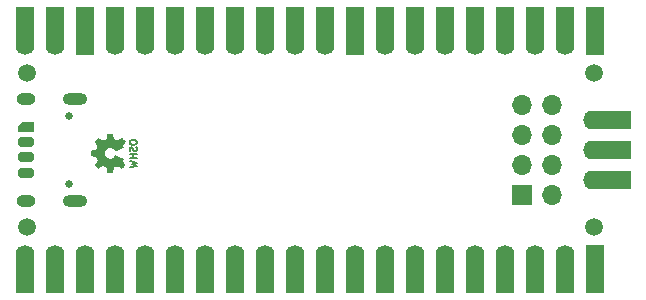
<source format=gbr>
%TF.GenerationSoftware,KiCad,Pcbnew,8.0.4*%
%TF.CreationDate,2024-08-30T00:17:25+05:30*%
%TF.ProjectId,Mitayi-Pico-RP2040,4d697461-7969-42d5-9069-636f2d525032,0.6*%
%TF.SameCoordinates,PX73df160PY5f2d3c0*%
%TF.FileFunction,Soldermask,Bot*%
%TF.FilePolarity,Negative*%
%FSLAX46Y46*%
G04 Gerber Fmt 4.6, Leading zero omitted, Abs format (unit mm)*
G04 Created by KiCad (PCBNEW 8.0.4) date 2024-08-30 00:17:25*
%MOMM*%
%LPD*%
G01*
G04 APERTURE LIST*
G04 Aperture macros list*
%AMRoundRect*
0 Rectangle with rounded corners*
0 $1 Rounding radius*
0 $2 $3 $4 $5 $6 $7 $8 $9 X,Y pos of 4 corners*
0 Add a 4 corners polygon primitive as box body*
4,1,4,$2,$3,$4,$5,$6,$7,$8,$9,$2,$3,0*
0 Add four circle primitives for the rounded corners*
1,1,$1+$1,$2,$3*
1,1,$1+$1,$4,$5*
1,1,$1+$1,$6,$7*
1,1,$1+$1,$8,$9*
0 Add four rect primitives between the rounded corners*
20,1,$1+$1,$2,$3,$4,$5,0*
20,1,$1+$1,$4,$5,$6,$7,0*
20,1,$1+$1,$6,$7,$8,$9,0*
20,1,$1+$1,$8,$9,$2,$3,0*%
%AMOutline5P*
0 Free polygon, 5 corners , with rotation*
0 The origin of the aperture is its center*
0 number of corners: always 5*
0 $1 to $10 corner X, Y*
0 $11 Rotation angle, in degrees counterclockwise*
0 create outline with 5 corners*
4,1,5,$1,$2,$3,$4,$5,$6,$7,$8,$9,$10,$1,$2,$11*%
%AMOutline6P*
0 Free polygon, 6 corners , with rotation*
0 The origin of the aperture is its center*
0 number of corners: always 6*
0 $1 to $12 corner X, Y*
0 $13 Rotation angle, in degrees counterclockwise*
0 create outline with 6 corners*
4,1,6,$1,$2,$3,$4,$5,$6,$7,$8,$9,$10,$11,$12,$1,$2,$13*%
%AMOutline7P*
0 Free polygon, 7 corners , with rotation*
0 The origin of the aperture is its center*
0 number of corners: always 7*
0 $1 to $14 corner X, Y*
0 $15 Rotation angle, in degrees counterclockwise*
0 create outline with 7 corners*
4,1,7,$1,$2,$3,$4,$5,$6,$7,$8,$9,$10,$11,$12,$13,$14,$1,$2,$15*%
%AMOutline8P*
0 Free polygon, 8 corners , with rotation*
0 The origin of the aperture is its center*
0 number of corners: always 8*
0 $1 to $16 corner X, Y*
0 $17 Rotation angle, in degrees counterclockwise*
0 create outline with 8 corners*
4,1,8,$1,$2,$3,$4,$5,$6,$7,$8,$9,$10,$11,$12,$13,$14,$15,$16,$1,$2,$17*%
G04 Aperture macros list end*
%ADD10C,0.150000*%
%ADD11C,0.000000*%
%ADD12C,1.500000*%
%ADD13R,3.200000X1.600000*%
%ADD14O,1.700000X1.600000*%
%ADD15C,0.650000*%
%ADD16O,2.100000X1.000000*%
%ADD17O,1.600000X1.000000*%
%ADD18R,1.600000X3.200000*%
%ADD19O,1.600000X1.700000*%
%ADD20R,1.600000X1.700000*%
%ADD21RoundRect,0.200000X-0.450000X0.200000X-0.450000X-0.200000X0.450000X-0.200000X0.450000X0.200000X0*%
%ADD22R,1.700000X1.700000*%
%ADD23O,1.700000X1.700000*%
%ADD24Outline5P,-0.400000X0.650000X0.400000X0.650000X0.400000X-0.650000X-0.080000X-0.650000X-0.400000X-0.330000X270.000000*%
G04 APERTURE END LIST*
D10*
X10169771Y11200000D02*
X10169771Y11085714D01*
X10169771Y11085714D02*
X10198342Y11028571D01*
X10198342Y11028571D02*
X10255485Y10971428D01*
X10255485Y10971428D02*
X10369771Y10942857D01*
X10369771Y10942857D02*
X10569771Y10942857D01*
X10569771Y10942857D02*
X10684057Y10971428D01*
X10684057Y10971428D02*
X10741200Y11028571D01*
X10741200Y11028571D02*
X10769771Y11085714D01*
X10769771Y11085714D02*
X10769771Y11200000D01*
X10769771Y11200000D02*
X10741200Y11257142D01*
X10741200Y11257142D02*
X10684057Y11314285D01*
X10684057Y11314285D02*
X10569771Y11342857D01*
X10569771Y11342857D02*
X10369771Y11342857D01*
X10369771Y11342857D02*
X10255485Y11314285D01*
X10255485Y11314285D02*
X10198342Y11257142D01*
X10198342Y11257142D02*
X10169771Y11200000D01*
X10741200Y10714286D02*
X10769771Y10628571D01*
X10769771Y10628571D02*
X10769771Y10485714D01*
X10769771Y10485714D02*
X10741200Y10428571D01*
X10741200Y10428571D02*
X10712628Y10400000D01*
X10712628Y10400000D02*
X10655485Y10371429D01*
X10655485Y10371429D02*
X10598342Y10371429D01*
X10598342Y10371429D02*
X10541200Y10400000D01*
X10541200Y10400000D02*
X10512628Y10428571D01*
X10512628Y10428571D02*
X10484057Y10485714D01*
X10484057Y10485714D02*
X10455485Y10600000D01*
X10455485Y10600000D02*
X10426914Y10657143D01*
X10426914Y10657143D02*
X10398342Y10685714D01*
X10398342Y10685714D02*
X10341200Y10714286D01*
X10341200Y10714286D02*
X10284057Y10714286D01*
X10284057Y10714286D02*
X10226914Y10685714D01*
X10226914Y10685714D02*
X10198342Y10657143D01*
X10198342Y10657143D02*
X10169771Y10600000D01*
X10169771Y10600000D02*
X10169771Y10457143D01*
X10169771Y10457143D02*
X10198342Y10371429D01*
X10769771Y10114285D02*
X10169771Y10114285D01*
X10455485Y10114285D02*
X10455485Y9771428D01*
X10769771Y9771428D02*
X10169771Y9771428D01*
X10169771Y9542857D02*
X10769771Y9400000D01*
X10769771Y9400000D02*
X10341200Y9285714D01*
X10341200Y9285714D02*
X10769771Y9171429D01*
X10769771Y9171429D02*
X10169771Y9028571D01*
D11*
G36*
X8519980Y11850425D02*
G01*
X8566995Y11850316D01*
X8610842Y11850046D01*
X8650204Y11849638D01*
X8683762Y11849110D01*
X8710197Y11848485D01*
X8728191Y11847781D01*
X8736427Y11847021D01*
X8737443Y11846750D01*
X8741139Y11845539D01*
X8744370Y11843398D01*
X8747383Y11839331D01*
X8750428Y11832340D01*
X8753751Y11821430D01*
X8757600Y11805605D01*
X8762224Y11783868D01*
X8767869Y11755224D01*
X8774784Y11718675D01*
X8783215Y11673226D01*
X8793412Y11617880D01*
X8796776Y11599693D01*
X8806896Y11546233D01*
X8815482Y11503073D01*
X8822645Y11469711D01*
X8828498Y11445647D01*
X8833151Y11430383D01*
X8836715Y11423417D01*
X8836751Y11423383D01*
X8844364Y11418976D01*
X8860736Y11411291D01*
X8884290Y11400959D01*
X8913445Y11388613D01*
X8946623Y11374883D01*
X8982245Y11360402D01*
X9018731Y11345803D01*
X9054503Y11331716D01*
X9087981Y11318774D01*
X9117586Y11307609D01*
X9141739Y11298852D01*
X9158862Y11293136D01*
X9167374Y11291092D01*
X9173968Y11293899D01*
X9188700Y11302353D01*
X9210361Y11315752D01*
X9237851Y11333389D01*
X9270066Y11354555D01*
X9305904Y11378542D01*
X9344263Y11404644D01*
X9381070Y11429698D01*
X9417038Y11453787D01*
X9449429Y11475083D01*
X9477142Y11492879D01*
X9499074Y11506466D01*
X9514122Y11515138D01*
X9521182Y11518185D01*
X9521856Y11518084D01*
X9530460Y11512763D01*
X9546510Y11499417D01*
X9569924Y11478121D01*
X9600620Y11448951D01*
X9638517Y11411984D01*
X9683532Y11367296D01*
X9696685Y11354128D01*
X9739243Y11311142D01*
X9773822Y11275545D01*
X9800528Y11247222D01*
X9819471Y11226057D01*
X9830758Y11211932D01*
X9834496Y11204733D01*
X9832078Y11198798D01*
X9823993Y11184518D01*
X9810917Y11163266D01*
X9793567Y11136160D01*
X9772658Y11104315D01*
X9748908Y11068849D01*
X9723032Y11030880D01*
X9699960Y10997054D01*
X9675941Y10961249D01*
X9654686Y10928938D01*
X9636913Y10901237D01*
X9623336Y10879264D01*
X9614671Y10864138D01*
X9611634Y10856974D01*
X9612183Y10854053D01*
X9616887Y10841507D01*
X9625624Y10822241D01*
X9637447Y10798285D01*
X9651409Y10771669D01*
X9654136Y10766589D01*
X9669074Y10737587D01*
X9680102Y10714017D01*
X9686622Y10697233D01*
X9688039Y10688590D01*
X9683641Y10684980D01*
X9669933Y10677577D01*
X9646797Y10666550D01*
X9614085Y10651835D01*
X9571648Y10633366D01*
X9519335Y10611077D01*
X9456998Y10584902D01*
X9384488Y10554775D01*
X9323502Y10529544D01*
X9256405Y10501792D01*
X9198340Y10477795D01*
X9148640Y10457289D01*
X9106636Y10440009D01*
X9071661Y10425691D01*
X9043048Y10414071D01*
X9020129Y10404882D01*
X9002237Y10397862D01*
X8988703Y10392745D01*
X8978860Y10389268D01*
X8972041Y10387164D01*
X8967578Y10386170D01*
X8964804Y10386022D01*
X8963050Y10386454D01*
X8961650Y10387201D01*
X8961271Y10387456D01*
X8954945Y10394230D01*
X8943931Y10408026D01*
X8929670Y10426982D01*
X8913604Y10449236D01*
X8874041Y10500051D01*
X8823886Y10551264D01*
X8769993Y10592473D01*
X8711678Y10624111D01*
X8648257Y10646608D01*
X8579047Y10660396D01*
X8524075Y10664061D01*
X8457890Y10659012D01*
X8393776Y10644095D01*
X8332697Y10619974D01*
X8275614Y10587311D01*
X8223488Y10546770D01*
X8177283Y10499013D01*
X8137959Y10444703D01*
X8106480Y10384505D01*
X8083806Y10319079D01*
X8077892Y10291112D01*
X8072593Y10242841D01*
X8071788Y10191605D01*
X8075481Y10141728D01*
X8083673Y10097536D01*
X8103674Y10037571D01*
X8135139Y9974701D01*
X8175264Y9917983D01*
X8223346Y9868131D01*
X8278682Y9825861D01*
X8340570Y9791887D01*
X8408308Y9766926D01*
X8424723Y9762534D01*
X8445150Y9758394D01*
X8466908Y9755896D01*
X8493239Y9754702D01*
X8527387Y9754472D01*
X8555496Y9754887D01*
X8593864Y9757205D01*
X8627154Y9762292D01*
X8658941Y9770989D01*
X8692802Y9784135D01*
X8732315Y9802570D01*
X8737363Y9805058D01*
X8762133Y9817903D01*
X8782057Y9829972D01*
X8800202Y9843513D01*
X8819638Y9860776D01*
X8843432Y9884010D01*
X8864913Y9906595D01*
X8888634Y9933716D01*
X8909965Y9960200D01*
X8926029Y9982610D01*
X8933902Y9994486D01*
X8948185Y10013939D01*
X8958928Y10024878D01*
X8967024Y10028303D01*
X8973698Y10026384D01*
X8989675Y10020564D01*
X9013847Y10011262D01*
X9045189Y9998903D01*
X9082676Y9983910D01*
X9125280Y9966708D01*
X9171979Y9947721D01*
X9221744Y9927373D01*
X9273553Y9906088D01*
X9326378Y9884290D01*
X9379194Y9862403D01*
X9430976Y9840852D01*
X9480699Y9820060D01*
X9527337Y9800451D01*
X9569864Y9782450D01*
X9607256Y9766481D01*
X9638486Y9752967D01*
X9662529Y9742333D01*
X9678361Y9735003D01*
X9684954Y9731400D01*
X9685790Y9730507D01*
X9687823Y9726203D01*
X9687399Y9719557D01*
X9683948Y9709092D01*
X9676901Y9693333D01*
X9665690Y9670802D01*
X9649744Y9640022D01*
X9606226Y9556768D01*
X9642045Y9503144D01*
X9648032Y9494219D01*
X9664265Y9470219D01*
X9684644Y9440273D01*
X9707722Y9406502D01*
X9732047Y9371029D01*
X9756172Y9335979D01*
X9772665Y9311816D01*
X9792619Y9281849D01*
X9809641Y9255443D01*
X9822869Y9233972D01*
X9831439Y9218807D01*
X9834488Y9211323D01*
X9834295Y9210459D01*
X9828881Y9202284D01*
X9816792Y9187842D01*
X9799050Y9168156D01*
X9776676Y9144246D01*
X9750693Y9117133D01*
X9722123Y9087838D01*
X9691988Y9057382D01*
X9661311Y9026786D01*
X9631112Y8997070D01*
X9602415Y8969255D01*
X9576241Y8944363D01*
X9553613Y8923414D01*
X9535552Y8907429D01*
X9523081Y8897430D01*
X9517222Y8894435D01*
X9511161Y8898037D01*
X9496985Y8907235D01*
X9475820Y8921288D01*
X9448744Y8939470D01*
X9416837Y8961057D01*
X9381178Y8985325D01*
X9342845Y9011548D01*
X9305275Y9037157D01*
X9269517Y9061222D01*
X9237450Y9082489D01*
X9210158Y9100256D01*
X9188721Y9113818D01*
X9174221Y9122471D01*
X9167740Y9125512D01*
X9165747Y9125170D01*
X9154378Y9121606D01*
X9135048Y9114663D01*
X9109282Y9104953D01*
X9078604Y9093090D01*
X9044539Y9079690D01*
X9008612Y9065364D01*
X8972348Y9050729D01*
X8937270Y9036396D01*
X8904904Y9022980D01*
X8876774Y9011095D01*
X8854406Y9001355D01*
X8839323Y8994373D01*
X8833051Y8990764D01*
X8832987Y8990673D01*
X8830755Y8983394D01*
X8826827Y8966527D01*
X8821456Y8941322D01*
X8814897Y8909028D01*
X8807403Y8870896D01*
X8799230Y8828177D01*
X8790631Y8782119D01*
X8781704Y8734227D01*
X8772138Y8684441D01*
X8764086Y8644574D01*
X8757424Y8614065D01*
X8752029Y8592348D01*
X8747775Y8578860D01*
X8744539Y8573037D01*
X8737208Y8571167D01*
X8720225Y8569494D01*
X8695171Y8568111D01*
X8663519Y8567016D01*
X8626741Y8566208D01*
X8586310Y8565686D01*
X8543698Y8565446D01*
X8500379Y8565489D01*
X8457826Y8565811D01*
X8417510Y8566412D01*
X8380904Y8567290D01*
X8349481Y8568443D01*
X8324715Y8569869D01*
X8308077Y8571568D01*
X8301040Y8573536D01*
X8300844Y8573841D01*
X8298242Y8582094D01*
X8293957Y8599848D01*
X8288249Y8625860D01*
X8281377Y8658888D01*
X8273600Y8697689D01*
X8265177Y8741022D01*
X8256368Y8787644D01*
X8247467Y8834636D01*
X8238662Y8879536D01*
X8230588Y8919109D01*
X8223482Y8952238D01*
X8217587Y8977808D01*
X8213140Y8994702D01*
X8210382Y9001804D01*
X8204808Y9005225D01*
X8190173Y9012518D01*
X8168265Y9022737D01*
X8140663Y9035205D01*
X8108948Y9049242D01*
X8074700Y9064170D01*
X8039497Y9079311D01*
X8004920Y9093984D01*
X7972548Y9107512D01*
X7943961Y9119215D01*
X7920740Y9128415D01*
X7904463Y9134432D01*
X7896711Y9136589D01*
X7896070Y9136456D01*
X7887769Y9132190D01*
X7871639Y9122419D01*
X7848726Y9107828D01*
X7820076Y9089098D01*
X7786738Y9066914D01*
X7749758Y9041958D01*
X7710182Y9014912D01*
X7701718Y9009099D01*
X7662674Y8982444D01*
X7626508Y8958011D01*
X7594257Y8936482D01*
X7566957Y8918540D01*
X7545645Y8904868D01*
X7531358Y8896148D01*
X7525134Y8893063D01*
X7519528Y8896811D01*
X7507229Y8907461D01*
X7489278Y8923981D01*
X7466716Y8945340D01*
X7440583Y8970505D01*
X7411917Y8998443D01*
X7381759Y9028123D01*
X7351148Y9058512D01*
X7321125Y9088578D01*
X7292729Y9117288D01*
X7267000Y9143611D01*
X7244978Y9166513D01*
X7227702Y9184964D01*
X7216213Y9197930D01*
X7211550Y9204379D01*
X7212055Y9207829D01*
X7217422Y9219306D01*
X7228516Y9238432D01*
X7245501Y9265466D01*
X7268540Y9300663D01*
X7297797Y9344283D01*
X7333434Y9396583D01*
X7342319Y9409566D01*
X7369107Y9448946D01*
X7393612Y9485325D01*
X7415163Y9517686D01*
X7433091Y9545010D01*
X7446726Y9566279D01*
X7455399Y9580475D01*
X7458438Y9586580D01*
X7457714Y9590093D01*
X7453347Y9603243D01*
X7445612Y9623976D01*
X7435188Y9650664D01*
X7422750Y9681683D01*
X7408974Y9715407D01*
X7394538Y9750210D01*
X7380117Y9784466D01*
X7366388Y9816550D01*
X7354027Y9844837D01*
X7343711Y9867700D01*
X7336116Y9883513D01*
X7331919Y9890652D01*
X7327624Y9893049D01*
X7314599Y9897302D01*
X7292875Y9902796D01*
X7262004Y9909631D01*
X7221538Y9917903D01*
X7171028Y9927712D01*
X7110026Y9939155D01*
X7098917Y9941218D01*
X7052250Y9950031D01*
X7009146Y9958399D01*
X6970826Y9966069D01*
X6938515Y9972789D01*
X6913436Y9978305D01*
X6896812Y9982364D01*
X6889867Y9984713D01*
X6887978Y9991216D01*
X6886264Y10007455D01*
X6884821Y10031888D01*
X6883653Y10063044D01*
X6882760Y10099449D01*
X6882144Y10139631D01*
X6881807Y10182117D01*
X6881750Y10225435D01*
X6881975Y10268110D01*
X6882483Y10308672D01*
X6883278Y10345646D01*
X6884360Y10377560D01*
X6885731Y10402942D01*
X6887393Y10420319D01*
X6889348Y10428217D01*
X6893082Y10430585D01*
X6904683Y10434582D01*
X6924394Y10439679D01*
X6952780Y10446001D01*
X6990409Y10453672D01*
X7037847Y10462818D01*
X7095660Y10473562D01*
X7123972Y10478758D01*
X7176588Y10488468D01*
X7219712Y10496543D01*
X7254305Y10503199D01*
X7281326Y10508651D01*
X7301736Y10513116D01*
X7316494Y10516811D01*
X7326562Y10519952D01*
X7332898Y10522755D01*
X7336464Y10525436D01*
X7338219Y10528212D01*
X7338348Y10528531D01*
X7341605Y10536484D01*
X7348437Y10553129D01*
X7358277Y10577089D01*
X7370562Y10606987D01*
X7384723Y10641446D01*
X7400197Y10679088D01*
X7408524Y10699391D01*
X7424510Y10738814D01*
X7436685Y10769724D01*
X7445443Y10793273D01*
X7451181Y10810615D01*
X7454293Y10822904D01*
X7455173Y10831294D01*
X7454217Y10836938D01*
X7454120Y10837178D01*
X7449474Y10845354D01*
X7439296Y10861455D01*
X7424319Y10884378D01*
X7405274Y10913022D01*
X7382896Y10946283D01*
X7357916Y10983060D01*
X7331066Y11022250D01*
X7328573Y11025876D01*
X7302040Y11064606D01*
X7277572Y11100592D01*
X7255875Y11132774D01*
X7237657Y11160091D01*
X7223626Y11181484D01*
X7214489Y11195892D01*
X7210953Y11202254D01*
X7211965Y11204995D01*
X7219847Y11215493D01*
X7235169Y11233000D01*
X7257563Y11257123D01*
X7286662Y11287467D01*
X7322095Y11323640D01*
X7363495Y11365248D01*
X7364866Y11366617D01*
X7404403Y11405988D01*
X7436953Y11438133D01*
X7463254Y11463723D01*
X7484046Y11483426D01*
X7500067Y11497912D01*
X7512058Y11507848D01*
X7520757Y11513903D01*
X7526903Y11516748D01*
X7531235Y11517050D01*
X7531414Y11517007D01*
X7539292Y11513021D01*
X7555105Y11503464D01*
X7577755Y11489053D01*
X7606145Y11470505D01*
X7639176Y11448538D01*
X7675751Y11423868D01*
X7714771Y11397212D01*
X7752974Y11371150D01*
X7790426Y11346019D01*
X7823890Y11323996D01*
X7852349Y11305733D01*
X7874788Y11291881D01*
X7890192Y11283091D01*
X7897545Y11280014D01*
X7901179Y11280689D01*
X7914715Y11285089D01*
X7935828Y11292995D01*
X7962903Y11303714D01*
X7994322Y11316557D01*
X8028468Y11330832D01*
X8063724Y11345847D01*
X8098473Y11360911D01*
X8131099Y11375332D01*
X8159984Y11388420D01*
X8183512Y11399482D01*
X8200064Y11407829D01*
X8208026Y11412767D01*
X8210313Y11416036D01*
X8213931Y11424893D01*
X8218230Y11439542D01*
X8223404Y11460838D01*
X8229643Y11489637D01*
X8237141Y11526794D01*
X8246088Y11573164D01*
X8256677Y11629603D01*
X8260684Y11651095D01*
X8270856Y11704753D01*
X8279444Y11748472D01*
X8286611Y11782984D01*
X8292519Y11809018D01*
X8297332Y11827308D01*
X8301211Y11838584D01*
X8304321Y11843578D01*
X8306350Y11844589D01*
X8314386Y11846318D01*
X8328458Y11847704D01*
X8349405Y11848774D01*
X8378069Y11849554D01*
X8415288Y11850071D01*
X8461903Y11850353D01*
X8518753Y11850426D01*
X8519980Y11850425D01*
G37*
D12*
X49510000Y17000000D03*
D13*
X51010000Y7950000D03*
D14*
X49400000Y7950000D03*
D13*
X51010000Y10490000D03*
D14*
X49400000Y10490000D03*
D13*
X51010000Y13030000D03*
D14*
X49400000Y13030000D03*
D12*
X49510000Y4000000D03*
D15*
X5030000Y13400000D03*
X5030000Y7620000D03*
D16*
X5560000Y14830000D03*
D17*
X1380000Y14830000D03*
D16*
X5560000Y6190000D03*
D17*
X1380000Y6190000D03*
D12*
X1510000Y17000000D03*
X1510000Y4000000D03*
D18*
X1300000Y-10000D03*
D19*
X1300000Y1600000D03*
D18*
X3840000Y-10000D03*
D19*
X3840000Y1600000D03*
D18*
X6380000Y-10000D03*
D19*
X6380000Y1600000D03*
D18*
X8920000Y-10000D03*
D19*
X8920000Y1600000D03*
D18*
X11460000Y-10000D03*
D19*
X11460000Y1600000D03*
D18*
X14000000Y-10000D03*
D19*
X14000000Y1600000D03*
D18*
X16540000Y-10000D03*
D19*
X16540000Y1600000D03*
D18*
X19080000Y-10000D03*
D19*
X19080000Y1600000D03*
D18*
X21620000Y-10000D03*
D19*
X21620000Y1600000D03*
D18*
X24160000Y-10000D03*
D19*
X24160000Y1600000D03*
D18*
X26700000Y-10000D03*
D19*
X26700000Y1600000D03*
D18*
X29240000Y-10000D03*
D19*
X29240000Y1600000D03*
D18*
X31780000Y-10000D03*
D19*
X31780000Y1600000D03*
D18*
X34320000Y-10000D03*
D19*
X34320000Y1600000D03*
D18*
X36860000Y-10000D03*
D19*
X36860000Y1600000D03*
D18*
X39400000Y-10000D03*
D19*
X39400000Y1600000D03*
D18*
X41940000Y-10000D03*
D19*
X41940000Y1600000D03*
D18*
X44480000Y-10000D03*
D19*
X44480000Y1600000D03*
D18*
X47020000Y-10000D03*
D19*
X47020000Y1600000D03*
D18*
X49560000Y-10000D03*
D20*
X49560000Y1600000D03*
D21*
X1375000Y9858334D03*
D22*
X43400000Y6675000D03*
D23*
X45940000Y6675000D03*
X43400000Y9215000D03*
X45940000Y9215000D03*
X43400000Y11755000D03*
X45940000Y11755000D03*
X43400000Y14295000D03*
X45940000Y14295000D03*
D18*
X1300000Y21010000D03*
D19*
X1300000Y19400000D03*
D18*
X3840000Y21010000D03*
D19*
X3840000Y19400000D03*
D18*
X6380000Y21010000D03*
D20*
X6380000Y19400000D03*
D18*
X8920000Y21010000D03*
D19*
X8920000Y19400000D03*
D18*
X11460000Y21010000D03*
D19*
X11460000Y19400000D03*
D18*
X14000000Y21010000D03*
D19*
X14000000Y19400000D03*
D18*
X16540000Y21010000D03*
D19*
X16540000Y19400000D03*
D18*
X19080000Y21010000D03*
D19*
X19080000Y19400000D03*
D18*
X21620000Y21010000D03*
D19*
X21620000Y19400000D03*
D18*
X24160000Y21010000D03*
D19*
X24160000Y19400000D03*
D18*
X26700000Y21010000D03*
D19*
X26700000Y19400000D03*
D18*
X29240000Y21010000D03*
D20*
X29240000Y19400000D03*
D18*
X31780000Y21010000D03*
D19*
X31780000Y19400000D03*
D18*
X34320000Y21010000D03*
D19*
X34320000Y19400000D03*
D18*
X36860000Y21010000D03*
D19*
X36860000Y19400000D03*
D18*
X39400000Y21010000D03*
D19*
X39400000Y19400000D03*
D18*
X41940000Y21010000D03*
D19*
X41940000Y19400000D03*
D18*
X44480000Y21010000D03*
D19*
X44480000Y19400000D03*
D18*
X47020000Y21010000D03*
D19*
X47020000Y19400000D03*
D18*
X49560000Y21010000D03*
D20*
X49560000Y19400000D03*
D21*
X1375000Y11141667D03*
X1375000Y8575000D03*
D24*
X1375000Y12425000D03*
M02*

</source>
